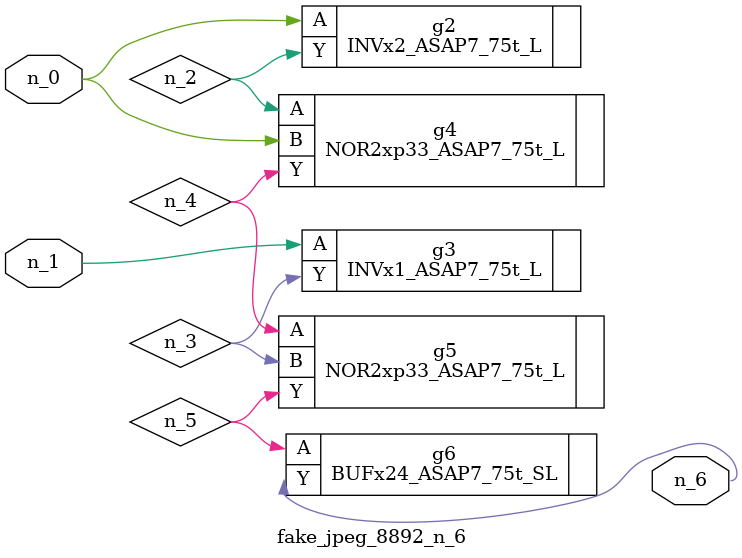
<source format=v>
module fake_jpeg_8892_n_6 (n_0, n_1, n_6);

input n_0;
input n_1;

output n_6;

wire n_3;
wire n_2;
wire n_4;
wire n_5;

INVx2_ASAP7_75t_L g2 ( 
.A(n_0),
.Y(n_2)
);

INVx1_ASAP7_75t_L g3 ( 
.A(n_1),
.Y(n_3)
);

NOR2xp33_ASAP7_75t_L g4 ( 
.A(n_2),
.B(n_0),
.Y(n_4)
);

NOR2xp33_ASAP7_75t_L g5 ( 
.A(n_4),
.B(n_3),
.Y(n_5)
);

BUFx24_ASAP7_75t_SL g6 ( 
.A(n_5),
.Y(n_6)
);


endmodule
</source>
